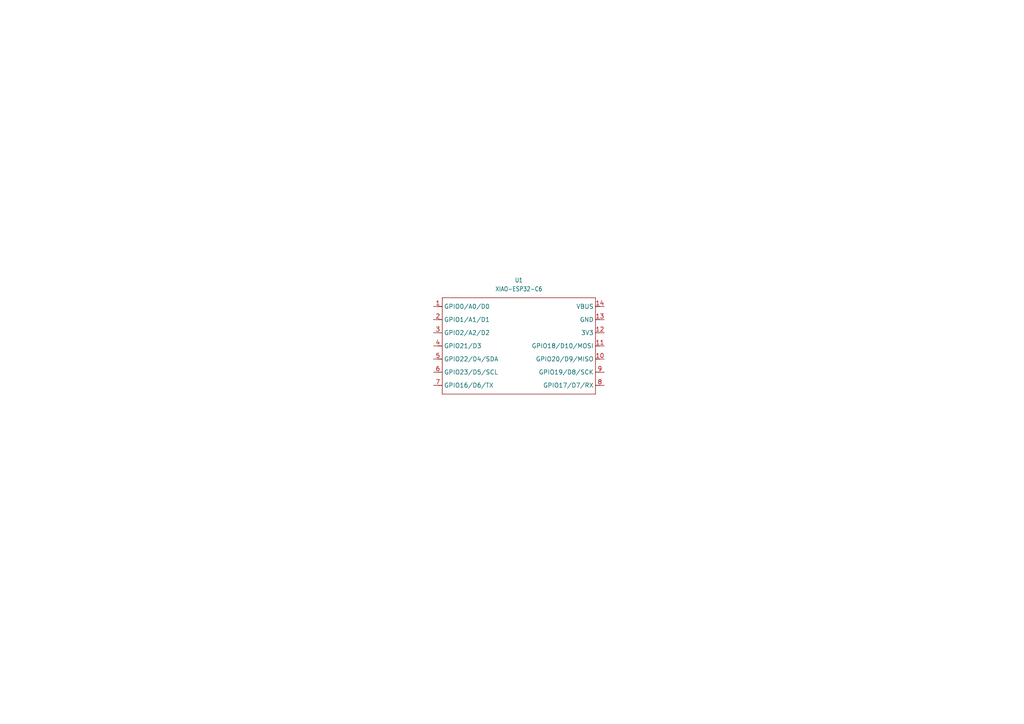
<source format=kicad_sch>
(kicad_sch (version 20250114) (generator "eeschema") (generator_version "9.0")
  (paper "A4")
  (lib_symbols
    (symbol "Seeed_Studio_XIAO_Series:XIAO_ESP32-C6-DIP"
      (property "Reference" "U" (at -20.574 17.018 0))
      (property "Value" "XIAO-ESP32-C6" (at -15.24 14.986 0))
      (symbol "XIAO_ESP32-C6-DIP_1_0"
        (polyline (pts (xy -21.59 13.97) (xy 22.86 13.97)) (stroke (width 0.1524)))
        (polyline (pts (xy -21.59 11.43) (xy -22.86 11.43)) (stroke (width 0.1524)))
        (polyline (pts (xy -21.59 11.43) (xy -21.59 13.97)) (stroke (width 0.1524)))
        (polyline (pts (xy -21.59 7.62) (xy -22.86 7.62)) (stroke (width 0.1524)))
        (polyline (pts (xy -21.59 7.62) (xy -21.59 11.43)) (stroke (width 0.1524)))
        (polyline (pts (xy -21.59 3.81) (xy -22.86 3.81)) (stroke (width 0.1524)))
        (polyline (pts (xy -21.59 3.81) (xy -21.59 7.62)) (stroke (width 0.1524)))
        (polyline (pts (xy -21.59 0) (xy -22.86 0)) (stroke (width 0.1524)))
        (polyline (pts (xy -21.59 0) (xy -21.59 3.81)) (stroke (width 0.1524)))
        (polyline (pts (xy -21.59 -3.81) (xy -22.86 -3.81)) (stroke (width 0.1524)))
        (polyline (pts (xy -21.59 -7.62) (xy -22.86 -7.62)) (stroke (width 0.1524)))
        (polyline (pts (xy -21.59 -11.43) (xy -22.86 -11.43)) (stroke (width 0.1524)))
        (polyline (pts (xy -21.59 -13.97) (xy -21.59 0)) (stroke (width 0.1524)))
        (polyline (pts (xy 22.86 13.97) (xy 22.86 11.43)) (stroke (width 0.1524)))
        (polyline (pts (xy 22.86 11.43) (xy 22.86 7.62)) (stroke (width 0.1524)))
        (polyline (pts (xy 22.86 7.62) (xy 22.86 3.81)) (stroke (width 0.1524)))
        (polyline (pts (xy 22.86 3.81) (xy 22.86 -13.97)) (stroke (width 0.1524)))
        (polyline (pts (xy 22.86 -13.97) (xy -21.59 -13.97)) (stroke (width 0.1524)))
        (polyline (pts (xy 24.13 11.43) (xy 22.86 11.43)) (stroke (width 0.1524)))
        (polyline (pts (xy 24.13 7.62) (xy 22.86 7.62)) (stroke (width 0.1524)))
        (polyline (pts (xy 24.13 3.81) (xy 22.86 3.81)) (stroke (width 0.1524)))
        (polyline (pts (xy 24.13 0) (xy 22.86 0)) (stroke (width 0.1524)))
        (polyline (pts (xy 24.13 -3.81) (xy 22.86 -3.81)) (stroke (width 0.1524)))
        (polyline (pts (xy 24.13 -7.62) (xy 22.86 -7.62)) (stroke (width 0.1524)))
        (polyline (pts (xy 24.13 -11.43) (xy 22.86 -11.43)) (stroke (width 0.1524)))
        (pin passive line (at -24.13 11.43 0) (length 2.54) (name "GPIO0/A0/D0") (number "1"))
        (pin passive line (at -24.13 7.62 0) (length 2.54) (name "GPIO1/A1/D1") (number "2"))
        (pin passive line (at -24.13 3.81 0) (length 2.54) (name "GPIO2/A2/D2") (number "3"))
        (pin passive line (at -24.13 0 0) (length 2.54) (name "GPIO21/D3") (number "4"))
        (pin passive line (at -24.13 -3.81 0) (length 2.54) (name "GPIO22/D4/SDA") (number "5"))
        (pin passive line (at -24.13 -7.62 0) (length 2.54) (name "GPIO23/D5/SCL") (number "6"))
        (pin passive line (at -24.13 -11.43 0) (length 2.54) (name "GPIO16/D6/TX") (number "7"))
        (pin passive line (at 25.4 11.43 180) (length 2.54) (name "VBUS") (number "14"))
        (pin passive line (at 25.4 7.62 180) (length 2.54) (name "GND") (number "13"))
        (pin passive line (at 25.4 3.81 180) (length 2.54) (name "3V3") (number "12"))
        (pin passive line (at 25.4 0 180) (length 2.54) (name "GPIO18/D10/MOSI") (number "11"))
        (pin passive line (at 25.4 -3.81 180) (length 2.54) (name "GPIO20/D9/MISO") (number "10"))
        (pin passive line (at 25.4 -7.62 180) (length 2.54) (name "GPIO19/D8/SCK") (number "9"))
        (pin passive line (at 25.4 -11.43 180) (length 2.54) (name "GPIO17/D7/RX") (number "8"))
      )
    )
  )
  (symbol (lib_id "Seeed_Studio_XIAO_Series:XIAO_ESP32-C6-DIP") (at 149.86 100.33 0) (unit 1)
    (property "Reference" "U1" (at 150.495 81.28 0) (effects (font (size 1.27 1.0795))))
    (property "Value" "XIAO-ESP32-C6" (at 150.495 83.82 0) (effects (font (size 1.27 1.0795))))
    (property "Footprint" "Module:MOUDLE14P-XIAO-DIP-SMD" (effects (hide yes)))
    (property "SKU" "XIAO-DIP" (effects (hide yes)))
  )
)
</source>
